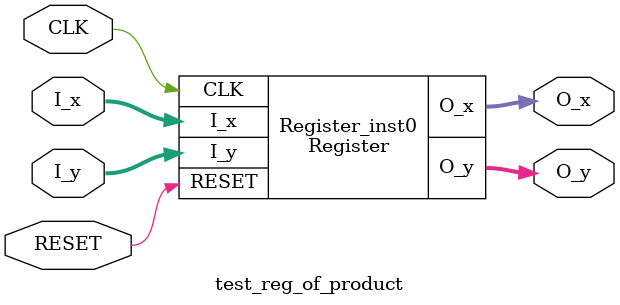
<source format=v>
module coreir_reg #(
    parameter width = 1,
    parameter clk_posedge = 1,
    parameter init = 1
) (
    input clk,
    input [width-1:0] in,
    output [width-1:0] out
);
  reg [width-1:0] outReg=init;
  wire real_clk;
  assign real_clk = clk_posedge ? clk : ~clk;
  always @(posedge real_clk) begin
    outReg <= in;
  end
  assign out = outReg;
endmodule

module Mux2xTuplex_Bits8_y_Bits4 (
    input [7:0] I0_x,
    input [3:0] I0_y,
    input [7:0] I1_x,
    input [3:0] I1_y,
    output [7:0] O_x,
    output [3:0] O_y,
    input S
);
reg [11:0] coreir_commonlib_mux2x12_inst0_out_unq1;
always @(*) begin
if (S == 0) begin
    coreir_commonlib_mux2x12_inst0_out_unq1 = {I0_y[3:0],I0_x[7:0]};
end else begin
    coreir_commonlib_mux2x12_inst0_out_unq1 = {I1_y[3:0],I1_x[7:0]};
end
end

assign O_x = coreir_commonlib_mux2x12_inst0_out_unq1[7:0];
assign O_y = coreir_commonlib_mux2x12_inst0_out_unq1[11:8];
endmodule

module Register (
    input CLK,
    input [7:0] I_x,
    input [3:0] I_y,
    output [7:0] O_x,
    output [3:0] O_y,
    input RESET
);
wire [7:0] Mux2xTuplex_Bits8_y_Bits4_inst0_O_x_unq1;
wire [3:0] Mux2xTuplex_Bits8_y_Bits4_inst0_O_y_unq1;
wire [11:0] reg_P12_inst0_out;
Mux2xTuplex_Bits8_y_Bits4 Mux2xTuplex_Bits8_y_Bits4_inst0 (
    .I0_x(I_x),
    .I0_y(I_y),
    .I1_x(8'hde),
    .I1_y(4'ha),
    .O_x(Mux2xTuplex_Bits8_y_Bits4_inst0_O_x_unq1),
    .O_y(Mux2xTuplex_Bits8_y_Bits4_inst0_O_y_unq1),
    .S(RESET)
);
wire [11:0] reg_P12_inst0_in;
assign reg_P12_inst0_in = {Mux2xTuplex_Bits8_y_Bits4_inst0_O_y_unq1[3:0],Mux2xTuplex_Bits8_y_Bits4_inst0_O_x_unq1[7:0]};
coreir_reg #(
    .clk_posedge(1'b1),
    .init(12'hade),
    .width(12)
) reg_P12_inst0 (
    .clk(CLK),
    .in(reg_P12_inst0_in),
    .out(reg_P12_inst0_out)
);
assign O_x = reg_P12_inst0_out[7:0];
assign O_y = reg_P12_inst0_out[11:8];
endmodule

module test_reg_of_product (
    input CLK,
    input [7:0] I_x,
    input [3:0] I_y,
    output [7:0] O_x,
    output [3:0] O_y,
    input RESET
);
Register Register_inst0 (
    .CLK(CLK),
    .I_x(I_x),
    .I_y(I_y),
    .O_x(O_x),
    .O_y(O_y),
    .RESET(RESET)
);
endmodule


</source>
